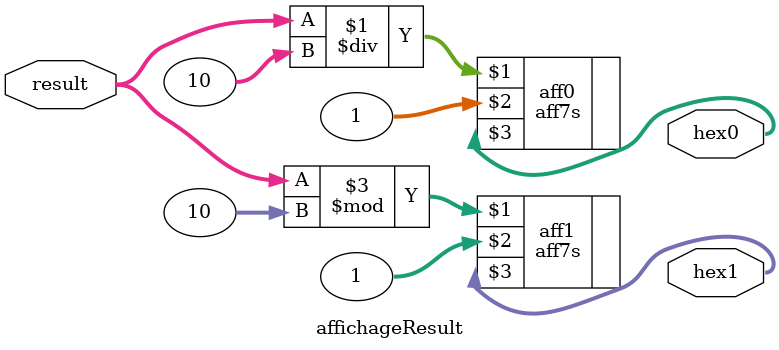
<source format=v>
module affichageResult(result, hex0, hex1);

input[6:0] result;
output[6:0] hex0, hex1;

aff7s aff0(result / 10, 1, hex0);
aff7s aff1(result % 10, 1, hex1);

endmodule

</source>
